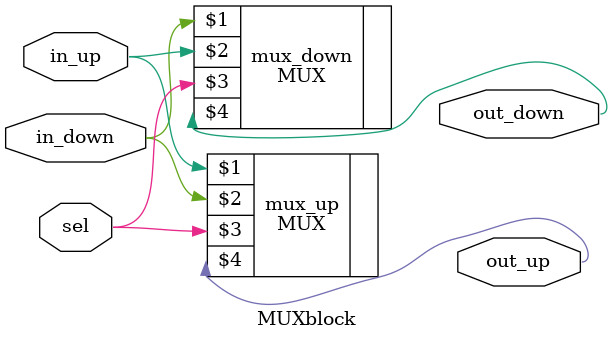
<source format=v>
`timescale 1ns / 1ps


module MUXblock(
    input in_up,in_down,sel,
    output out_up,out_down
    );
    
MUX mux_up(in_up,in_down,sel,out_up);
MUX mux_down(in_down,in_up,sel,out_down);    
     
endmodule

</source>
